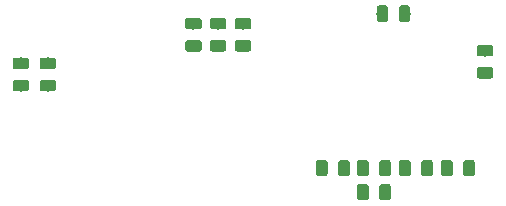
<source format=gbp>
G04 #@! TF.GenerationSoftware,KiCad,Pcbnew,5.0.1-33cea8e~68~ubuntu18.04.1*
G04 #@! TF.CreationDate,2018-12-16T18:27:52+03:00*
G04 #@! TF.ProjectId,up5k_v0,7570356B5F76302E6B696361645F7063,rev?*
G04 #@! TF.SameCoordinates,Original*
G04 #@! TF.FileFunction,Paste,Bot*
G04 #@! TF.FilePolarity,Positive*
%FSLAX46Y46*%
G04 Gerber Fmt 4.6, Leading zero omitted, Abs format (unit mm)*
G04 Created by KiCad (PCBNEW 5.0.1-33cea8e~68~ubuntu18.04.1) date Paz 16 Ara 2018 18:27:52 +03*
%MOMM*%
%LPD*%
G01*
G04 APERTURE LIST*
%ADD10C,0.100000*%
%ADD11C,0.975000*%
G04 APERTURE END LIST*
D10*
G04 #@! TO.C,C13*
G36*
X134416642Y-88017674D02*
X134440303Y-88021184D01*
X134463507Y-88026996D01*
X134486029Y-88035054D01*
X134507653Y-88045282D01*
X134528170Y-88057579D01*
X134547383Y-88071829D01*
X134565107Y-88087893D01*
X134581171Y-88105617D01*
X134595421Y-88124830D01*
X134607718Y-88145347D01*
X134617946Y-88166971D01*
X134626004Y-88189493D01*
X134631816Y-88212697D01*
X134635326Y-88236358D01*
X134636500Y-88260250D01*
X134636500Y-88747750D01*
X134635326Y-88771642D01*
X134631816Y-88795303D01*
X134626004Y-88818507D01*
X134617946Y-88841029D01*
X134607718Y-88862653D01*
X134595421Y-88883170D01*
X134581171Y-88902383D01*
X134565107Y-88920107D01*
X134547383Y-88936171D01*
X134528170Y-88950421D01*
X134507653Y-88962718D01*
X134486029Y-88972946D01*
X134463507Y-88981004D01*
X134440303Y-88986816D01*
X134416642Y-88990326D01*
X134392750Y-88991500D01*
X133480250Y-88991500D01*
X133456358Y-88990326D01*
X133432697Y-88986816D01*
X133409493Y-88981004D01*
X133386971Y-88972946D01*
X133365347Y-88962718D01*
X133344830Y-88950421D01*
X133325617Y-88936171D01*
X133307893Y-88920107D01*
X133291829Y-88902383D01*
X133277579Y-88883170D01*
X133265282Y-88862653D01*
X133255054Y-88841029D01*
X133246996Y-88818507D01*
X133241184Y-88795303D01*
X133237674Y-88771642D01*
X133236500Y-88747750D01*
X133236500Y-88260250D01*
X133237674Y-88236358D01*
X133241184Y-88212697D01*
X133246996Y-88189493D01*
X133255054Y-88166971D01*
X133265282Y-88145347D01*
X133277579Y-88124830D01*
X133291829Y-88105617D01*
X133307893Y-88087893D01*
X133325617Y-88071829D01*
X133344830Y-88057579D01*
X133365347Y-88045282D01*
X133386971Y-88035054D01*
X133409493Y-88026996D01*
X133432697Y-88021184D01*
X133456358Y-88017674D01*
X133480250Y-88016500D01*
X134392750Y-88016500D01*
X134416642Y-88017674D01*
X134416642Y-88017674D01*
G37*
D11*
X133936500Y-88504000D03*
D10*
G36*
X134416642Y-86142674D02*
X134440303Y-86146184D01*
X134463507Y-86151996D01*
X134486029Y-86160054D01*
X134507653Y-86170282D01*
X134528170Y-86182579D01*
X134547383Y-86196829D01*
X134565107Y-86212893D01*
X134581171Y-86230617D01*
X134595421Y-86249830D01*
X134607718Y-86270347D01*
X134617946Y-86291971D01*
X134626004Y-86314493D01*
X134631816Y-86337697D01*
X134635326Y-86361358D01*
X134636500Y-86385250D01*
X134636500Y-86872750D01*
X134635326Y-86896642D01*
X134631816Y-86920303D01*
X134626004Y-86943507D01*
X134617946Y-86966029D01*
X134607718Y-86987653D01*
X134595421Y-87008170D01*
X134581171Y-87027383D01*
X134565107Y-87045107D01*
X134547383Y-87061171D01*
X134528170Y-87075421D01*
X134507653Y-87087718D01*
X134486029Y-87097946D01*
X134463507Y-87106004D01*
X134440303Y-87111816D01*
X134416642Y-87115326D01*
X134392750Y-87116500D01*
X133480250Y-87116500D01*
X133456358Y-87115326D01*
X133432697Y-87111816D01*
X133409493Y-87106004D01*
X133386971Y-87097946D01*
X133365347Y-87087718D01*
X133344830Y-87075421D01*
X133325617Y-87061171D01*
X133307893Y-87045107D01*
X133291829Y-87027383D01*
X133277579Y-87008170D01*
X133265282Y-86987653D01*
X133255054Y-86966029D01*
X133246996Y-86943507D01*
X133241184Y-86920303D01*
X133237674Y-86896642D01*
X133236500Y-86872750D01*
X133236500Y-86385250D01*
X133237674Y-86361358D01*
X133241184Y-86337697D01*
X133246996Y-86314493D01*
X133255054Y-86291971D01*
X133265282Y-86270347D01*
X133277579Y-86249830D01*
X133291829Y-86230617D01*
X133307893Y-86212893D01*
X133325617Y-86196829D01*
X133344830Y-86182579D01*
X133365347Y-86170282D01*
X133386971Y-86160054D01*
X133409493Y-86151996D01*
X133432697Y-86146184D01*
X133456358Y-86142674D01*
X133480250Y-86141500D01*
X134392750Y-86141500D01*
X134416642Y-86142674D01*
X134416642Y-86142674D01*
G37*
D11*
X133936500Y-86629000D03*
G04 #@! TD*
D10*
G04 #@! TO.C,C12*
G36*
X136702642Y-88017674D02*
X136726303Y-88021184D01*
X136749507Y-88026996D01*
X136772029Y-88035054D01*
X136793653Y-88045282D01*
X136814170Y-88057579D01*
X136833383Y-88071829D01*
X136851107Y-88087893D01*
X136867171Y-88105617D01*
X136881421Y-88124830D01*
X136893718Y-88145347D01*
X136903946Y-88166971D01*
X136912004Y-88189493D01*
X136917816Y-88212697D01*
X136921326Y-88236358D01*
X136922500Y-88260250D01*
X136922500Y-88747750D01*
X136921326Y-88771642D01*
X136917816Y-88795303D01*
X136912004Y-88818507D01*
X136903946Y-88841029D01*
X136893718Y-88862653D01*
X136881421Y-88883170D01*
X136867171Y-88902383D01*
X136851107Y-88920107D01*
X136833383Y-88936171D01*
X136814170Y-88950421D01*
X136793653Y-88962718D01*
X136772029Y-88972946D01*
X136749507Y-88981004D01*
X136726303Y-88986816D01*
X136702642Y-88990326D01*
X136678750Y-88991500D01*
X135766250Y-88991500D01*
X135742358Y-88990326D01*
X135718697Y-88986816D01*
X135695493Y-88981004D01*
X135672971Y-88972946D01*
X135651347Y-88962718D01*
X135630830Y-88950421D01*
X135611617Y-88936171D01*
X135593893Y-88920107D01*
X135577829Y-88902383D01*
X135563579Y-88883170D01*
X135551282Y-88862653D01*
X135541054Y-88841029D01*
X135532996Y-88818507D01*
X135527184Y-88795303D01*
X135523674Y-88771642D01*
X135522500Y-88747750D01*
X135522500Y-88260250D01*
X135523674Y-88236358D01*
X135527184Y-88212697D01*
X135532996Y-88189493D01*
X135541054Y-88166971D01*
X135551282Y-88145347D01*
X135563579Y-88124830D01*
X135577829Y-88105617D01*
X135593893Y-88087893D01*
X135611617Y-88071829D01*
X135630830Y-88057579D01*
X135651347Y-88045282D01*
X135672971Y-88035054D01*
X135695493Y-88026996D01*
X135718697Y-88021184D01*
X135742358Y-88017674D01*
X135766250Y-88016500D01*
X136678750Y-88016500D01*
X136702642Y-88017674D01*
X136702642Y-88017674D01*
G37*
D11*
X136222500Y-88504000D03*
D10*
G36*
X136702642Y-86142674D02*
X136726303Y-86146184D01*
X136749507Y-86151996D01*
X136772029Y-86160054D01*
X136793653Y-86170282D01*
X136814170Y-86182579D01*
X136833383Y-86196829D01*
X136851107Y-86212893D01*
X136867171Y-86230617D01*
X136881421Y-86249830D01*
X136893718Y-86270347D01*
X136903946Y-86291971D01*
X136912004Y-86314493D01*
X136917816Y-86337697D01*
X136921326Y-86361358D01*
X136922500Y-86385250D01*
X136922500Y-86872750D01*
X136921326Y-86896642D01*
X136917816Y-86920303D01*
X136912004Y-86943507D01*
X136903946Y-86966029D01*
X136893718Y-86987653D01*
X136881421Y-87008170D01*
X136867171Y-87027383D01*
X136851107Y-87045107D01*
X136833383Y-87061171D01*
X136814170Y-87075421D01*
X136793653Y-87087718D01*
X136772029Y-87097946D01*
X136749507Y-87106004D01*
X136726303Y-87111816D01*
X136702642Y-87115326D01*
X136678750Y-87116500D01*
X135766250Y-87116500D01*
X135742358Y-87115326D01*
X135718697Y-87111816D01*
X135695493Y-87106004D01*
X135672971Y-87097946D01*
X135651347Y-87087718D01*
X135630830Y-87075421D01*
X135611617Y-87061171D01*
X135593893Y-87045107D01*
X135577829Y-87027383D01*
X135563579Y-87008170D01*
X135551282Y-86987653D01*
X135541054Y-86966029D01*
X135532996Y-86943507D01*
X135527184Y-86920303D01*
X135523674Y-86896642D01*
X135522500Y-86872750D01*
X135522500Y-86385250D01*
X135523674Y-86361358D01*
X135527184Y-86337697D01*
X135532996Y-86314493D01*
X135541054Y-86291971D01*
X135551282Y-86270347D01*
X135563579Y-86249830D01*
X135577829Y-86230617D01*
X135593893Y-86212893D01*
X135611617Y-86196829D01*
X135630830Y-86182579D01*
X135651347Y-86170282D01*
X135672971Y-86160054D01*
X135695493Y-86151996D01*
X135718697Y-86146184D01*
X135742358Y-86142674D01*
X135766250Y-86141500D01*
X136678750Y-86141500D01*
X136702642Y-86142674D01*
X136702642Y-86142674D01*
G37*
D11*
X136222500Y-86629000D03*
G04 #@! TD*
D10*
G04 #@! TO.C,C6*
G36*
X173708142Y-85063174D02*
X173731803Y-85066684D01*
X173755007Y-85072496D01*
X173777529Y-85080554D01*
X173799153Y-85090782D01*
X173819670Y-85103079D01*
X173838883Y-85117329D01*
X173856607Y-85133393D01*
X173872671Y-85151117D01*
X173886921Y-85170330D01*
X173899218Y-85190847D01*
X173909446Y-85212471D01*
X173917504Y-85234993D01*
X173923316Y-85258197D01*
X173926826Y-85281858D01*
X173928000Y-85305750D01*
X173928000Y-85793250D01*
X173926826Y-85817142D01*
X173923316Y-85840803D01*
X173917504Y-85864007D01*
X173909446Y-85886529D01*
X173899218Y-85908153D01*
X173886921Y-85928670D01*
X173872671Y-85947883D01*
X173856607Y-85965607D01*
X173838883Y-85981671D01*
X173819670Y-85995921D01*
X173799153Y-86008218D01*
X173777529Y-86018446D01*
X173755007Y-86026504D01*
X173731803Y-86032316D01*
X173708142Y-86035826D01*
X173684250Y-86037000D01*
X172771750Y-86037000D01*
X172747858Y-86035826D01*
X172724197Y-86032316D01*
X172700993Y-86026504D01*
X172678471Y-86018446D01*
X172656847Y-86008218D01*
X172636330Y-85995921D01*
X172617117Y-85981671D01*
X172599393Y-85965607D01*
X172583329Y-85947883D01*
X172569079Y-85928670D01*
X172556782Y-85908153D01*
X172546554Y-85886529D01*
X172538496Y-85864007D01*
X172532684Y-85840803D01*
X172529174Y-85817142D01*
X172528000Y-85793250D01*
X172528000Y-85305750D01*
X172529174Y-85281858D01*
X172532684Y-85258197D01*
X172538496Y-85234993D01*
X172546554Y-85212471D01*
X172556782Y-85190847D01*
X172569079Y-85170330D01*
X172583329Y-85151117D01*
X172599393Y-85133393D01*
X172617117Y-85117329D01*
X172636330Y-85103079D01*
X172656847Y-85090782D01*
X172678471Y-85080554D01*
X172700993Y-85072496D01*
X172724197Y-85066684D01*
X172747858Y-85063174D01*
X172771750Y-85062000D01*
X173684250Y-85062000D01*
X173708142Y-85063174D01*
X173708142Y-85063174D01*
G37*
D11*
X173228000Y-85549500D03*
D10*
G36*
X173708142Y-86938174D02*
X173731803Y-86941684D01*
X173755007Y-86947496D01*
X173777529Y-86955554D01*
X173799153Y-86965782D01*
X173819670Y-86978079D01*
X173838883Y-86992329D01*
X173856607Y-87008393D01*
X173872671Y-87026117D01*
X173886921Y-87045330D01*
X173899218Y-87065847D01*
X173909446Y-87087471D01*
X173917504Y-87109993D01*
X173923316Y-87133197D01*
X173926826Y-87156858D01*
X173928000Y-87180750D01*
X173928000Y-87668250D01*
X173926826Y-87692142D01*
X173923316Y-87715803D01*
X173917504Y-87739007D01*
X173909446Y-87761529D01*
X173899218Y-87783153D01*
X173886921Y-87803670D01*
X173872671Y-87822883D01*
X173856607Y-87840607D01*
X173838883Y-87856671D01*
X173819670Y-87870921D01*
X173799153Y-87883218D01*
X173777529Y-87893446D01*
X173755007Y-87901504D01*
X173731803Y-87907316D01*
X173708142Y-87910826D01*
X173684250Y-87912000D01*
X172771750Y-87912000D01*
X172747858Y-87910826D01*
X172724197Y-87907316D01*
X172700993Y-87901504D01*
X172678471Y-87893446D01*
X172656847Y-87883218D01*
X172636330Y-87870921D01*
X172617117Y-87856671D01*
X172599393Y-87840607D01*
X172583329Y-87822883D01*
X172569079Y-87803670D01*
X172556782Y-87783153D01*
X172546554Y-87761529D01*
X172538496Y-87739007D01*
X172532684Y-87715803D01*
X172529174Y-87692142D01*
X172528000Y-87668250D01*
X172528000Y-87180750D01*
X172529174Y-87156858D01*
X172532684Y-87133197D01*
X172538496Y-87109993D01*
X172546554Y-87087471D01*
X172556782Y-87065847D01*
X172569079Y-87045330D01*
X172583329Y-87026117D01*
X172599393Y-87008393D01*
X172617117Y-86992329D01*
X172636330Y-86978079D01*
X172656847Y-86965782D01*
X172678471Y-86955554D01*
X172700993Y-86947496D01*
X172724197Y-86941684D01*
X172747858Y-86938174D01*
X172771750Y-86937000D01*
X173684250Y-86937000D01*
X173708142Y-86938174D01*
X173708142Y-86938174D01*
G37*
D11*
X173228000Y-87424500D03*
G04 #@! TD*
D10*
G04 #@! TO.C,C1*
G36*
X163160142Y-96837174D02*
X163183803Y-96840684D01*
X163207007Y-96846496D01*
X163229529Y-96854554D01*
X163251153Y-96864782D01*
X163271670Y-96877079D01*
X163290883Y-96891329D01*
X163308607Y-96907393D01*
X163324671Y-96925117D01*
X163338921Y-96944330D01*
X163351218Y-96964847D01*
X163361446Y-96986471D01*
X163369504Y-97008993D01*
X163375316Y-97032197D01*
X163378826Y-97055858D01*
X163380000Y-97079750D01*
X163380000Y-97992250D01*
X163378826Y-98016142D01*
X163375316Y-98039803D01*
X163369504Y-98063007D01*
X163361446Y-98085529D01*
X163351218Y-98107153D01*
X163338921Y-98127670D01*
X163324671Y-98146883D01*
X163308607Y-98164607D01*
X163290883Y-98180671D01*
X163271670Y-98194921D01*
X163251153Y-98207218D01*
X163229529Y-98217446D01*
X163207007Y-98225504D01*
X163183803Y-98231316D01*
X163160142Y-98234826D01*
X163136250Y-98236000D01*
X162648750Y-98236000D01*
X162624858Y-98234826D01*
X162601197Y-98231316D01*
X162577993Y-98225504D01*
X162555471Y-98217446D01*
X162533847Y-98207218D01*
X162513330Y-98194921D01*
X162494117Y-98180671D01*
X162476393Y-98164607D01*
X162460329Y-98146883D01*
X162446079Y-98127670D01*
X162433782Y-98107153D01*
X162423554Y-98085529D01*
X162415496Y-98063007D01*
X162409684Y-98039803D01*
X162406174Y-98016142D01*
X162405000Y-97992250D01*
X162405000Y-97079750D01*
X162406174Y-97055858D01*
X162409684Y-97032197D01*
X162415496Y-97008993D01*
X162423554Y-96986471D01*
X162433782Y-96964847D01*
X162446079Y-96944330D01*
X162460329Y-96925117D01*
X162476393Y-96907393D01*
X162494117Y-96891329D01*
X162513330Y-96877079D01*
X162533847Y-96864782D01*
X162555471Y-96854554D01*
X162577993Y-96846496D01*
X162601197Y-96840684D01*
X162624858Y-96837174D01*
X162648750Y-96836000D01*
X163136250Y-96836000D01*
X163160142Y-96837174D01*
X163160142Y-96837174D01*
G37*
D11*
X162892500Y-97536000D03*
D10*
G36*
X165035142Y-96837174D02*
X165058803Y-96840684D01*
X165082007Y-96846496D01*
X165104529Y-96854554D01*
X165126153Y-96864782D01*
X165146670Y-96877079D01*
X165165883Y-96891329D01*
X165183607Y-96907393D01*
X165199671Y-96925117D01*
X165213921Y-96944330D01*
X165226218Y-96964847D01*
X165236446Y-96986471D01*
X165244504Y-97008993D01*
X165250316Y-97032197D01*
X165253826Y-97055858D01*
X165255000Y-97079750D01*
X165255000Y-97992250D01*
X165253826Y-98016142D01*
X165250316Y-98039803D01*
X165244504Y-98063007D01*
X165236446Y-98085529D01*
X165226218Y-98107153D01*
X165213921Y-98127670D01*
X165199671Y-98146883D01*
X165183607Y-98164607D01*
X165165883Y-98180671D01*
X165146670Y-98194921D01*
X165126153Y-98207218D01*
X165104529Y-98217446D01*
X165082007Y-98225504D01*
X165058803Y-98231316D01*
X165035142Y-98234826D01*
X165011250Y-98236000D01*
X164523750Y-98236000D01*
X164499858Y-98234826D01*
X164476197Y-98231316D01*
X164452993Y-98225504D01*
X164430471Y-98217446D01*
X164408847Y-98207218D01*
X164388330Y-98194921D01*
X164369117Y-98180671D01*
X164351393Y-98164607D01*
X164335329Y-98146883D01*
X164321079Y-98127670D01*
X164308782Y-98107153D01*
X164298554Y-98085529D01*
X164290496Y-98063007D01*
X164284684Y-98039803D01*
X164281174Y-98016142D01*
X164280000Y-97992250D01*
X164280000Y-97079750D01*
X164281174Y-97055858D01*
X164284684Y-97032197D01*
X164290496Y-97008993D01*
X164298554Y-96986471D01*
X164308782Y-96964847D01*
X164321079Y-96944330D01*
X164335329Y-96925117D01*
X164351393Y-96907393D01*
X164369117Y-96891329D01*
X164388330Y-96877079D01*
X164408847Y-96864782D01*
X164430471Y-96854554D01*
X164452993Y-96846496D01*
X164476197Y-96840684D01*
X164499858Y-96837174D01*
X164523750Y-96836000D01*
X165011250Y-96836000D01*
X165035142Y-96837174D01*
X165035142Y-96837174D01*
G37*
D11*
X164767500Y-97536000D03*
G04 #@! TD*
D10*
G04 #@! TO.C,C2*
G36*
X165035142Y-94805174D02*
X165058803Y-94808684D01*
X165082007Y-94814496D01*
X165104529Y-94822554D01*
X165126153Y-94832782D01*
X165146670Y-94845079D01*
X165165883Y-94859329D01*
X165183607Y-94875393D01*
X165199671Y-94893117D01*
X165213921Y-94912330D01*
X165226218Y-94932847D01*
X165236446Y-94954471D01*
X165244504Y-94976993D01*
X165250316Y-95000197D01*
X165253826Y-95023858D01*
X165255000Y-95047750D01*
X165255000Y-95960250D01*
X165253826Y-95984142D01*
X165250316Y-96007803D01*
X165244504Y-96031007D01*
X165236446Y-96053529D01*
X165226218Y-96075153D01*
X165213921Y-96095670D01*
X165199671Y-96114883D01*
X165183607Y-96132607D01*
X165165883Y-96148671D01*
X165146670Y-96162921D01*
X165126153Y-96175218D01*
X165104529Y-96185446D01*
X165082007Y-96193504D01*
X165058803Y-96199316D01*
X165035142Y-96202826D01*
X165011250Y-96204000D01*
X164523750Y-96204000D01*
X164499858Y-96202826D01*
X164476197Y-96199316D01*
X164452993Y-96193504D01*
X164430471Y-96185446D01*
X164408847Y-96175218D01*
X164388330Y-96162921D01*
X164369117Y-96148671D01*
X164351393Y-96132607D01*
X164335329Y-96114883D01*
X164321079Y-96095670D01*
X164308782Y-96075153D01*
X164298554Y-96053529D01*
X164290496Y-96031007D01*
X164284684Y-96007803D01*
X164281174Y-95984142D01*
X164280000Y-95960250D01*
X164280000Y-95047750D01*
X164281174Y-95023858D01*
X164284684Y-95000197D01*
X164290496Y-94976993D01*
X164298554Y-94954471D01*
X164308782Y-94932847D01*
X164321079Y-94912330D01*
X164335329Y-94893117D01*
X164351393Y-94875393D01*
X164369117Y-94859329D01*
X164388330Y-94845079D01*
X164408847Y-94832782D01*
X164430471Y-94822554D01*
X164452993Y-94814496D01*
X164476197Y-94808684D01*
X164499858Y-94805174D01*
X164523750Y-94804000D01*
X165011250Y-94804000D01*
X165035142Y-94805174D01*
X165035142Y-94805174D01*
G37*
D11*
X164767500Y-95504000D03*
D10*
G36*
X163160142Y-94805174D02*
X163183803Y-94808684D01*
X163207007Y-94814496D01*
X163229529Y-94822554D01*
X163251153Y-94832782D01*
X163271670Y-94845079D01*
X163290883Y-94859329D01*
X163308607Y-94875393D01*
X163324671Y-94893117D01*
X163338921Y-94912330D01*
X163351218Y-94932847D01*
X163361446Y-94954471D01*
X163369504Y-94976993D01*
X163375316Y-95000197D01*
X163378826Y-95023858D01*
X163380000Y-95047750D01*
X163380000Y-95960250D01*
X163378826Y-95984142D01*
X163375316Y-96007803D01*
X163369504Y-96031007D01*
X163361446Y-96053529D01*
X163351218Y-96075153D01*
X163338921Y-96095670D01*
X163324671Y-96114883D01*
X163308607Y-96132607D01*
X163290883Y-96148671D01*
X163271670Y-96162921D01*
X163251153Y-96175218D01*
X163229529Y-96185446D01*
X163207007Y-96193504D01*
X163183803Y-96199316D01*
X163160142Y-96202826D01*
X163136250Y-96204000D01*
X162648750Y-96204000D01*
X162624858Y-96202826D01*
X162601197Y-96199316D01*
X162577993Y-96193504D01*
X162555471Y-96185446D01*
X162533847Y-96175218D01*
X162513330Y-96162921D01*
X162494117Y-96148671D01*
X162476393Y-96132607D01*
X162460329Y-96114883D01*
X162446079Y-96095670D01*
X162433782Y-96075153D01*
X162423554Y-96053529D01*
X162415496Y-96031007D01*
X162409684Y-96007803D01*
X162406174Y-95984142D01*
X162405000Y-95960250D01*
X162405000Y-95047750D01*
X162406174Y-95023858D01*
X162409684Y-95000197D01*
X162415496Y-94976993D01*
X162423554Y-94954471D01*
X162433782Y-94932847D01*
X162446079Y-94912330D01*
X162460329Y-94893117D01*
X162476393Y-94875393D01*
X162494117Y-94859329D01*
X162513330Y-94845079D01*
X162533847Y-94832782D01*
X162555471Y-94822554D01*
X162577993Y-94814496D01*
X162601197Y-94808684D01*
X162624858Y-94805174D01*
X162648750Y-94804000D01*
X163136250Y-94804000D01*
X163160142Y-94805174D01*
X163160142Y-94805174D01*
G37*
D11*
X162892500Y-95504000D03*
G04 #@! TD*
D10*
G04 #@! TO.C,C3*
G36*
X149021642Y-82777174D02*
X149045303Y-82780684D01*
X149068507Y-82786496D01*
X149091029Y-82794554D01*
X149112653Y-82804782D01*
X149133170Y-82817079D01*
X149152383Y-82831329D01*
X149170107Y-82847393D01*
X149186171Y-82865117D01*
X149200421Y-82884330D01*
X149212718Y-82904847D01*
X149222946Y-82926471D01*
X149231004Y-82948993D01*
X149236816Y-82972197D01*
X149240326Y-82995858D01*
X149241500Y-83019750D01*
X149241500Y-83507250D01*
X149240326Y-83531142D01*
X149236816Y-83554803D01*
X149231004Y-83578007D01*
X149222946Y-83600529D01*
X149212718Y-83622153D01*
X149200421Y-83642670D01*
X149186171Y-83661883D01*
X149170107Y-83679607D01*
X149152383Y-83695671D01*
X149133170Y-83709921D01*
X149112653Y-83722218D01*
X149091029Y-83732446D01*
X149068507Y-83740504D01*
X149045303Y-83746316D01*
X149021642Y-83749826D01*
X148997750Y-83751000D01*
X148085250Y-83751000D01*
X148061358Y-83749826D01*
X148037697Y-83746316D01*
X148014493Y-83740504D01*
X147991971Y-83732446D01*
X147970347Y-83722218D01*
X147949830Y-83709921D01*
X147930617Y-83695671D01*
X147912893Y-83679607D01*
X147896829Y-83661883D01*
X147882579Y-83642670D01*
X147870282Y-83622153D01*
X147860054Y-83600529D01*
X147851996Y-83578007D01*
X147846184Y-83554803D01*
X147842674Y-83531142D01*
X147841500Y-83507250D01*
X147841500Y-83019750D01*
X147842674Y-82995858D01*
X147846184Y-82972197D01*
X147851996Y-82948993D01*
X147860054Y-82926471D01*
X147870282Y-82904847D01*
X147882579Y-82884330D01*
X147896829Y-82865117D01*
X147912893Y-82847393D01*
X147930617Y-82831329D01*
X147949830Y-82817079D01*
X147970347Y-82804782D01*
X147991971Y-82794554D01*
X148014493Y-82786496D01*
X148037697Y-82780684D01*
X148061358Y-82777174D01*
X148085250Y-82776000D01*
X148997750Y-82776000D01*
X149021642Y-82777174D01*
X149021642Y-82777174D01*
G37*
D11*
X148541500Y-83263500D03*
D10*
G36*
X149021642Y-84652174D02*
X149045303Y-84655684D01*
X149068507Y-84661496D01*
X149091029Y-84669554D01*
X149112653Y-84679782D01*
X149133170Y-84692079D01*
X149152383Y-84706329D01*
X149170107Y-84722393D01*
X149186171Y-84740117D01*
X149200421Y-84759330D01*
X149212718Y-84779847D01*
X149222946Y-84801471D01*
X149231004Y-84823993D01*
X149236816Y-84847197D01*
X149240326Y-84870858D01*
X149241500Y-84894750D01*
X149241500Y-85382250D01*
X149240326Y-85406142D01*
X149236816Y-85429803D01*
X149231004Y-85453007D01*
X149222946Y-85475529D01*
X149212718Y-85497153D01*
X149200421Y-85517670D01*
X149186171Y-85536883D01*
X149170107Y-85554607D01*
X149152383Y-85570671D01*
X149133170Y-85584921D01*
X149112653Y-85597218D01*
X149091029Y-85607446D01*
X149068507Y-85615504D01*
X149045303Y-85621316D01*
X149021642Y-85624826D01*
X148997750Y-85626000D01*
X148085250Y-85626000D01*
X148061358Y-85624826D01*
X148037697Y-85621316D01*
X148014493Y-85615504D01*
X147991971Y-85607446D01*
X147970347Y-85597218D01*
X147949830Y-85584921D01*
X147930617Y-85570671D01*
X147912893Y-85554607D01*
X147896829Y-85536883D01*
X147882579Y-85517670D01*
X147870282Y-85497153D01*
X147860054Y-85475529D01*
X147851996Y-85453007D01*
X147846184Y-85429803D01*
X147842674Y-85406142D01*
X147841500Y-85382250D01*
X147841500Y-84894750D01*
X147842674Y-84870858D01*
X147846184Y-84847197D01*
X147851996Y-84823993D01*
X147860054Y-84801471D01*
X147870282Y-84779847D01*
X147882579Y-84759330D01*
X147896829Y-84740117D01*
X147912893Y-84722393D01*
X147930617Y-84706329D01*
X147949830Y-84692079D01*
X147970347Y-84679782D01*
X147991971Y-84669554D01*
X148014493Y-84661496D01*
X148037697Y-84655684D01*
X148061358Y-84652174D01*
X148085250Y-84651000D01*
X148997750Y-84651000D01*
X149021642Y-84652174D01*
X149021642Y-84652174D01*
G37*
D11*
X148541500Y-85138500D03*
G04 #@! TD*
D10*
G04 #@! TO.C,C4*
G36*
X151117142Y-84652174D02*
X151140803Y-84655684D01*
X151164007Y-84661496D01*
X151186529Y-84669554D01*
X151208153Y-84679782D01*
X151228670Y-84692079D01*
X151247883Y-84706329D01*
X151265607Y-84722393D01*
X151281671Y-84740117D01*
X151295921Y-84759330D01*
X151308218Y-84779847D01*
X151318446Y-84801471D01*
X151326504Y-84823993D01*
X151332316Y-84847197D01*
X151335826Y-84870858D01*
X151337000Y-84894750D01*
X151337000Y-85382250D01*
X151335826Y-85406142D01*
X151332316Y-85429803D01*
X151326504Y-85453007D01*
X151318446Y-85475529D01*
X151308218Y-85497153D01*
X151295921Y-85517670D01*
X151281671Y-85536883D01*
X151265607Y-85554607D01*
X151247883Y-85570671D01*
X151228670Y-85584921D01*
X151208153Y-85597218D01*
X151186529Y-85607446D01*
X151164007Y-85615504D01*
X151140803Y-85621316D01*
X151117142Y-85624826D01*
X151093250Y-85626000D01*
X150180750Y-85626000D01*
X150156858Y-85624826D01*
X150133197Y-85621316D01*
X150109993Y-85615504D01*
X150087471Y-85607446D01*
X150065847Y-85597218D01*
X150045330Y-85584921D01*
X150026117Y-85570671D01*
X150008393Y-85554607D01*
X149992329Y-85536883D01*
X149978079Y-85517670D01*
X149965782Y-85497153D01*
X149955554Y-85475529D01*
X149947496Y-85453007D01*
X149941684Y-85429803D01*
X149938174Y-85406142D01*
X149937000Y-85382250D01*
X149937000Y-84894750D01*
X149938174Y-84870858D01*
X149941684Y-84847197D01*
X149947496Y-84823993D01*
X149955554Y-84801471D01*
X149965782Y-84779847D01*
X149978079Y-84759330D01*
X149992329Y-84740117D01*
X150008393Y-84722393D01*
X150026117Y-84706329D01*
X150045330Y-84692079D01*
X150065847Y-84679782D01*
X150087471Y-84669554D01*
X150109993Y-84661496D01*
X150133197Y-84655684D01*
X150156858Y-84652174D01*
X150180750Y-84651000D01*
X151093250Y-84651000D01*
X151117142Y-84652174D01*
X151117142Y-84652174D01*
G37*
D11*
X150637000Y-85138500D03*
D10*
G36*
X151117142Y-82777174D02*
X151140803Y-82780684D01*
X151164007Y-82786496D01*
X151186529Y-82794554D01*
X151208153Y-82804782D01*
X151228670Y-82817079D01*
X151247883Y-82831329D01*
X151265607Y-82847393D01*
X151281671Y-82865117D01*
X151295921Y-82884330D01*
X151308218Y-82904847D01*
X151318446Y-82926471D01*
X151326504Y-82948993D01*
X151332316Y-82972197D01*
X151335826Y-82995858D01*
X151337000Y-83019750D01*
X151337000Y-83507250D01*
X151335826Y-83531142D01*
X151332316Y-83554803D01*
X151326504Y-83578007D01*
X151318446Y-83600529D01*
X151308218Y-83622153D01*
X151295921Y-83642670D01*
X151281671Y-83661883D01*
X151265607Y-83679607D01*
X151247883Y-83695671D01*
X151228670Y-83709921D01*
X151208153Y-83722218D01*
X151186529Y-83732446D01*
X151164007Y-83740504D01*
X151140803Y-83746316D01*
X151117142Y-83749826D01*
X151093250Y-83751000D01*
X150180750Y-83751000D01*
X150156858Y-83749826D01*
X150133197Y-83746316D01*
X150109993Y-83740504D01*
X150087471Y-83732446D01*
X150065847Y-83722218D01*
X150045330Y-83709921D01*
X150026117Y-83695671D01*
X150008393Y-83679607D01*
X149992329Y-83661883D01*
X149978079Y-83642670D01*
X149965782Y-83622153D01*
X149955554Y-83600529D01*
X149947496Y-83578007D01*
X149941684Y-83554803D01*
X149938174Y-83531142D01*
X149937000Y-83507250D01*
X149937000Y-83019750D01*
X149938174Y-82995858D01*
X149941684Y-82972197D01*
X149947496Y-82948993D01*
X149955554Y-82926471D01*
X149965782Y-82904847D01*
X149978079Y-82884330D01*
X149992329Y-82865117D01*
X150008393Y-82847393D01*
X150026117Y-82831329D01*
X150045330Y-82817079D01*
X150065847Y-82804782D01*
X150087471Y-82794554D01*
X150109993Y-82786496D01*
X150133197Y-82780684D01*
X150156858Y-82777174D01*
X150180750Y-82776000D01*
X151093250Y-82776000D01*
X151117142Y-82777174D01*
X151117142Y-82777174D01*
G37*
D11*
X150637000Y-83263500D03*
G04 #@! TD*
D10*
G04 #@! TO.C,C5*
G36*
X170272142Y-94805174D02*
X170295803Y-94808684D01*
X170319007Y-94814496D01*
X170341529Y-94822554D01*
X170363153Y-94832782D01*
X170383670Y-94845079D01*
X170402883Y-94859329D01*
X170420607Y-94875393D01*
X170436671Y-94893117D01*
X170450921Y-94912330D01*
X170463218Y-94932847D01*
X170473446Y-94954471D01*
X170481504Y-94976993D01*
X170487316Y-95000197D01*
X170490826Y-95023858D01*
X170492000Y-95047750D01*
X170492000Y-95960250D01*
X170490826Y-95984142D01*
X170487316Y-96007803D01*
X170481504Y-96031007D01*
X170473446Y-96053529D01*
X170463218Y-96075153D01*
X170450921Y-96095670D01*
X170436671Y-96114883D01*
X170420607Y-96132607D01*
X170402883Y-96148671D01*
X170383670Y-96162921D01*
X170363153Y-96175218D01*
X170341529Y-96185446D01*
X170319007Y-96193504D01*
X170295803Y-96199316D01*
X170272142Y-96202826D01*
X170248250Y-96204000D01*
X169760750Y-96204000D01*
X169736858Y-96202826D01*
X169713197Y-96199316D01*
X169689993Y-96193504D01*
X169667471Y-96185446D01*
X169645847Y-96175218D01*
X169625330Y-96162921D01*
X169606117Y-96148671D01*
X169588393Y-96132607D01*
X169572329Y-96114883D01*
X169558079Y-96095670D01*
X169545782Y-96075153D01*
X169535554Y-96053529D01*
X169527496Y-96031007D01*
X169521684Y-96007803D01*
X169518174Y-95984142D01*
X169517000Y-95960250D01*
X169517000Y-95047750D01*
X169518174Y-95023858D01*
X169521684Y-95000197D01*
X169527496Y-94976993D01*
X169535554Y-94954471D01*
X169545782Y-94932847D01*
X169558079Y-94912330D01*
X169572329Y-94893117D01*
X169588393Y-94875393D01*
X169606117Y-94859329D01*
X169625330Y-94845079D01*
X169645847Y-94832782D01*
X169667471Y-94822554D01*
X169689993Y-94814496D01*
X169713197Y-94808684D01*
X169736858Y-94805174D01*
X169760750Y-94804000D01*
X170248250Y-94804000D01*
X170272142Y-94805174D01*
X170272142Y-94805174D01*
G37*
D11*
X170004500Y-95504000D03*
D10*
G36*
X172147142Y-94805174D02*
X172170803Y-94808684D01*
X172194007Y-94814496D01*
X172216529Y-94822554D01*
X172238153Y-94832782D01*
X172258670Y-94845079D01*
X172277883Y-94859329D01*
X172295607Y-94875393D01*
X172311671Y-94893117D01*
X172325921Y-94912330D01*
X172338218Y-94932847D01*
X172348446Y-94954471D01*
X172356504Y-94976993D01*
X172362316Y-95000197D01*
X172365826Y-95023858D01*
X172367000Y-95047750D01*
X172367000Y-95960250D01*
X172365826Y-95984142D01*
X172362316Y-96007803D01*
X172356504Y-96031007D01*
X172348446Y-96053529D01*
X172338218Y-96075153D01*
X172325921Y-96095670D01*
X172311671Y-96114883D01*
X172295607Y-96132607D01*
X172277883Y-96148671D01*
X172258670Y-96162921D01*
X172238153Y-96175218D01*
X172216529Y-96185446D01*
X172194007Y-96193504D01*
X172170803Y-96199316D01*
X172147142Y-96202826D01*
X172123250Y-96204000D01*
X171635750Y-96204000D01*
X171611858Y-96202826D01*
X171588197Y-96199316D01*
X171564993Y-96193504D01*
X171542471Y-96185446D01*
X171520847Y-96175218D01*
X171500330Y-96162921D01*
X171481117Y-96148671D01*
X171463393Y-96132607D01*
X171447329Y-96114883D01*
X171433079Y-96095670D01*
X171420782Y-96075153D01*
X171410554Y-96053529D01*
X171402496Y-96031007D01*
X171396684Y-96007803D01*
X171393174Y-95984142D01*
X171392000Y-95960250D01*
X171392000Y-95047750D01*
X171393174Y-95023858D01*
X171396684Y-95000197D01*
X171402496Y-94976993D01*
X171410554Y-94954471D01*
X171420782Y-94932847D01*
X171433079Y-94912330D01*
X171447329Y-94893117D01*
X171463393Y-94875393D01*
X171481117Y-94859329D01*
X171500330Y-94845079D01*
X171520847Y-94832782D01*
X171542471Y-94822554D01*
X171564993Y-94814496D01*
X171588197Y-94808684D01*
X171611858Y-94805174D01*
X171635750Y-94804000D01*
X172123250Y-94804000D01*
X172147142Y-94805174D01*
X172147142Y-94805174D01*
G37*
D11*
X171879500Y-95504000D03*
G04 #@! TD*
D10*
G04 #@! TO.C,R2*
G36*
X168591142Y-94805174D02*
X168614803Y-94808684D01*
X168638007Y-94814496D01*
X168660529Y-94822554D01*
X168682153Y-94832782D01*
X168702670Y-94845079D01*
X168721883Y-94859329D01*
X168739607Y-94875393D01*
X168755671Y-94893117D01*
X168769921Y-94912330D01*
X168782218Y-94932847D01*
X168792446Y-94954471D01*
X168800504Y-94976993D01*
X168806316Y-95000197D01*
X168809826Y-95023858D01*
X168811000Y-95047750D01*
X168811000Y-95960250D01*
X168809826Y-95984142D01*
X168806316Y-96007803D01*
X168800504Y-96031007D01*
X168792446Y-96053529D01*
X168782218Y-96075153D01*
X168769921Y-96095670D01*
X168755671Y-96114883D01*
X168739607Y-96132607D01*
X168721883Y-96148671D01*
X168702670Y-96162921D01*
X168682153Y-96175218D01*
X168660529Y-96185446D01*
X168638007Y-96193504D01*
X168614803Y-96199316D01*
X168591142Y-96202826D01*
X168567250Y-96204000D01*
X168079750Y-96204000D01*
X168055858Y-96202826D01*
X168032197Y-96199316D01*
X168008993Y-96193504D01*
X167986471Y-96185446D01*
X167964847Y-96175218D01*
X167944330Y-96162921D01*
X167925117Y-96148671D01*
X167907393Y-96132607D01*
X167891329Y-96114883D01*
X167877079Y-96095670D01*
X167864782Y-96075153D01*
X167854554Y-96053529D01*
X167846496Y-96031007D01*
X167840684Y-96007803D01*
X167837174Y-95984142D01*
X167836000Y-95960250D01*
X167836000Y-95047750D01*
X167837174Y-95023858D01*
X167840684Y-95000197D01*
X167846496Y-94976993D01*
X167854554Y-94954471D01*
X167864782Y-94932847D01*
X167877079Y-94912330D01*
X167891329Y-94893117D01*
X167907393Y-94875393D01*
X167925117Y-94859329D01*
X167944330Y-94845079D01*
X167964847Y-94832782D01*
X167986471Y-94822554D01*
X168008993Y-94814496D01*
X168032197Y-94808684D01*
X168055858Y-94805174D01*
X168079750Y-94804000D01*
X168567250Y-94804000D01*
X168591142Y-94805174D01*
X168591142Y-94805174D01*
G37*
D11*
X168323500Y-95504000D03*
D10*
G36*
X166716142Y-94805174D02*
X166739803Y-94808684D01*
X166763007Y-94814496D01*
X166785529Y-94822554D01*
X166807153Y-94832782D01*
X166827670Y-94845079D01*
X166846883Y-94859329D01*
X166864607Y-94875393D01*
X166880671Y-94893117D01*
X166894921Y-94912330D01*
X166907218Y-94932847D01*
X166917446Y-94954471D01*
X166925504Y-94976993D01*
X166931316Y-95000197D01*
X166934826Y-95023858D01*
X166936000Y-95047750D01*
X166936000Y-95960250D01*
X166934826Y-95984142D01*
X166931316Y-96007803D01*
X166925504Y-96031007D01*
X166917446Y-96053529D01*
X166907218Y-96075153D01*
X166894921Y-96095670D01*
X166880671Y-96114883D01*
X166864607Y-96132607D01*
X166846883Y-96148671D01*
X166827670Y-96162921D01*
X166807153Y-96175218D01*
X166785529Y-96185446D01*
X166763007Y-96193504D01*
X166739803Y-96199316D01*
X166716142Y-96202826D01*
X166692250Y-96204000D01*
X166204750Y-96204000D01*
X166180858Y-96202826D01*
X166157197Y-96199316D01*
X166133993Y-96193504D01*
X166111471Y-96185446D01*
X166089847Y-96175218D01*
X166069330Y-96162921D01*
X166050117Y-96148671D01*
X166032393Y-96132607D01*
X166016329Y-96114883D01*
X166002079Y-96095670D01*
X165989782Y-96075153D01*
X165979554Y-96053529D01*
X165971496Y-96031007D01*
X165965684Y-96007803D01*
X165962174Y-95984142D01*
X165961000Y-95960250D01*
X165961000Y-95047750D01*
X165962174Y-95023858D01*
X165965684Y-95000197D01*
X165971496Y-94976993D01*
X165979554Y-94954471D01*
X165989782Y-94932847D01*
X166002079Y-94912330D01*
X166016329Y-94893117D01*
X166032393Y-94875393D01*
X166050117Y-94859329D01*
X166069330Y-94845079D01*
X166089847Y-94832782D01*
X166111471Y-94822554D01*
X166133993Y-94814496D01*
X166157197Y-94808684D01*
X166180858Y-94805174D01*
X166204750Y-94804000D01*
X166692250Y-94804000D01*
X166716142Y-94805174D01*
X166716142Y-94805174D01*
G37*
D11*
X166448500Y-95504000D03*
G04 #@! TD*
D10*
G04 #@! TO.C,L1*
G36*
X153212642Y-82777174D02*
X153236303Y-82780684D01*
X153259507Y-82786496D01*
X153282029Y-82794554D01*
X153303653Y-82804782D01*
X153324170Y-82817079D01*
X153343383Y-82831329D01*
X153361107Y-82847393D01*
X153377171Y-82865117D01*
X153391421Y-82884330D01*
X153403718Y-82904847D01*
X153413946Y-82926471D01*
X153422004Y-82948993D01*
X153427816Y-82972197D01*
X153431326Y-82995858D01*
X153432500Y-83019750D01*
X153432500Y-83507250D01*
X153431326Y-83531142D01*
X153427816Y-83554803D01*
X153422004Y-83578007D01*
X153413946Y-83600529D01*
X153403718Y-83622153D01*
X153391421Y-83642670D01*
X153377171Y-83661883D01*
X153361107Y-83679607D01*
X153343383Y-83695671D01*
X153324170Y-83709921D01*
X153303653Y-83722218D01*
X153282029Y-83732446D01*
X153259507Y-83740504D01*
X153236303Y-83746316D01*
X153212642Y-83749826D01*
X153188750Y-83751000D01*
X152276250Y-83751000D01*
X152252358Y-83749826D01*
X152228697Y-83746316D01*
X152205493Y-83740504D01*
X152182971Y-83732446D01*
X152161347Y-83722218D01*
X152140830Y-83709921D01*
X152121617Y-83695671D01*
X152103893Y-83679607D01*
X152087829Y-83661883D01*
X152073579Y-83642670D01*
X152061282Y-83622153D01*
X152051054Y-83600529D01*
X152042996Y-83578007D01*
X152037184Y-83554803D01*
X152033674Y-83531142D01*
X152032500Y-83507250D01*
X152032500Y-83019750D01*
X152033674Y-82995858D01*
X152037184Y-82972197D01*
X152042996Y-82948993D01*
X152051054Y-82926471D01*
X152061282Y-82904847D01*
X152073579Y-82884330D01*
X152087829Y-82865117D01*
X152103893Y-82847393D01*
X152121617Y-82831329D01*
X152140830Y-82817079D01*
X152161347Y-82804782D01*
X152182971Y-82794554D01*
X152205493Y-82786496D01*
X152228697Y-82780684D01*
X152252358Y-82777174D01*
X152276250Y-82776000D01*
X153188750Y-82776000D01*
X153212642Y-82777174D01*
X153212642Y-82777174D01*
G37*
D11*
X152732500Y-83263500D03*
D10*
G36*
X153212642Y-84652174D02*
X153236303Y-84655684D01*
X153259507Y-84661496D01*
X153282029Y-84669554D01*
X153303653Y-84679782D01*
X153324170Y-84692079D01*
X153343383Y-84706329D01*
X153361107Y-84722393D01*
X153377171Y-84740117D01*
X153391421Y-84759330D01*
X153403718Y-84779847D01*
X153413946Y-84801471D01*
X153422004Y-84823993D01*
X153427816Y-84847197D01*
X153431326Y-84870858D01*
X153432500Y-84894750D01*
X153432500Y-85382250D01*
X153431326Y-85406142D01*
X153427816Y-85429803D01*
X153422004Y-85453007D01*
X153413946Y-85475529D01*
X153403718Y-85497153D01*
X153391421Y-85517670D01*
X153377171Y-85536883D01*
X153361107Y-85554607D01*
X153343383Y-85570671D01*
X153324170Y-85584921D01*
X153303653Y-85597218D01*
X153282029Y-85607446D01*
X153259507Y-85615504D01*
X153236303Y-85621316D01*
X153212642Y-85624826D01*
X153188750Y-85626000D01*
X152276250Y-85626000D01*
X152252358Y-85624826D01*
X152228697Y-85621316D01*
X152205493Y-85615504D01*
X152182971Y-85607446D01*
X152161347Y-85597218D01*
X152140830Y-85584921D01*
X152121617Y-85570671D01*
X152103893Y-85554607D01*
X152087829Y-85536883D01*
X152073579Y-85517670D01*
X152061282Y-85497153D01*
X152051054Y-85475529D01*
X152042996Y-85453007D01*
X152037184Y-85429803D01*
X152033674Y-85406142D01*
X152032500Y-85382250D01*
X152032500Y-84894750D01*
X152033674Y-84870858D01*
X152037184Y-84847197D01*
X152042996Y-84823993D01*
X152051054Y-84801471D01*
X152061282Y-84779847D01*
X152073579Y-84759330D01*
X152087829Y-84740117D01*
X152103893Y-84722393D01*
X152121617Y-84706329D01*
X152140830Y-84692079D01*
X152161347Y-84679782D01*
X152182971Y-84669554D01*
X152205493Y-84661496D01*
X152228697Y-84655684D01*
X152252358Y-84652174D01*
X152276250Y-84651000D01*
X153188750Y-84651000D01*
X153212642Y-84652174D01*
X153212642Y-84652174D01*
G37*
D11*
X152732500Y-85138500D03*
G04 #@! TD*
D10*
G04 #@! TO.C,C10*
G36*
X166686142Y-81724174D02*
X166709803Y-81727684D01*
X166733007Y-81733496D01*
X166755529Y-81741554D01*
X166777153Y-81751782D01*
X166797670Y-81764079D01*
X166816883Y-81778329D01*
X166834607Y-81794393D01*
X166850671Y-81812117D01*
X166864921Y-81831330D01*
X166877218Y-81851847D01*
X166887446Y-81873471D01*
X166895504Y-81895993D01*
X166901316Y-81919197D01*
X166904826Y-81942858D01*
X166906000Y-81966750D01*
X166906000Y-82879250D01*
X166904826Y-82903142D01*
X166901316Y-82926803D01*
X166895504Y-82950007D01*
X166887446Y-82972529D01*
X166877218Y-82994153D01*
X166864921Y-83014670D01*
X166850671Y-83033883D01*
X166834607Y-83051607D01*
X166816883Y-83067671D01*
X166797670Y-83081921D01*
X166777153Y-83094218D01*
X166755529Y-83104446D01*
X166733007Y-83112504D01*
X166709803Y-83118316D01*
X166686142Y-83121826D01*
X166662250Y-83123000D01*
X166174750Y-83123000D01*
X166150858Y-83121826D01*
X166127197Y-83118316D01*
X166103993Y-83112504D01*
X166081471Y-83104446D01*
X166059847Y-83094218D01*
X166039330Y-83081921D01*
X166020117Y-83067671D01*
X166002393Y-83051607D01*
X165986329Y-83033883D01*
X165972079Y-83014670D01*
X165959782Y-82994153D01*
X165949554Y-82972529D01*
X165941496Y-82950007D01*
X165935684Y-82926803D01*
X165932174Y-82903142D01*
X165931000Y-82879250D01*
X165931000Y-81966750D01*
X165932174Y-81942858D01*
X165935684Y-81919197D01*
X165941496Y-81895993D01*
X165949554Y-81873471D01*
X165959782Y-81851847D01*
X165972079Y-81831330D01*
X165986329Y-81812117D01*
X166002393Y-81794393D01*
X166020117Y-81778329D01*
X166039330Y-81764079D01*
X166059847Y-81751782D01*
X166081471Y-81741554D01*
X166103993Y-81733496D01*
X166127197Y-81727684D01*
X166150858Y-81724174D01*
X166174750Y-81723000D01*
X166662250Y-81723000D01*
X166686142Y-81724174D01*
X166686142Y-81724174D01*
G37*
D11*
X166418500Y-82423000D03*
D10*
G36*
X164811142Y-81724174D02*
X164834803Y-81727684D01*
X164858007Y-81733496D01*
X164880529Y-81741554D01*
X164902153Y-81751782D01*
X164922670Y-81764079D01*
X164941883Y-81778329D01*
X164959607Y-81794393D01*
X164975671Y-81812117D01*
X164989921Y-81831330D01*
X165002218Y-81851847D01*
X165012446Y-81873471D01*
X165020504Y-81895993D01*
X165026316Y-81919197D01*
X165029826Y-81942858D01*
X165031000Y-81966750D01*
X165031000Y-82879250D01*
X165029826Y-82903142D01*
X165026316Y-82926803D01*
X165020504Y-82950007D01*
X165012446Y-82972529D01*
X165002218Y-82994153D01*
X164989921Y-83014670D01*
X164975671Y-83033883D01*
X164959607Y-83051607D01*
X164941883Y-83067671D01*
X164922670Y-83081921D01*
X164902153Y-83094218D01*
X164880529Y-83104446D01*
X164858007Y-83112504D01*
X164834803Y-83118316D01*
X164811142Y-83121826D01*
X164787250Y-83123000D01*
X164299750Y-83123000D01*
X164275858Y-83121826D01*
X164252197Y-83118316D01*
X164228993Y-83112504D01*
X164206471Y-83104446D01*
X164184847Y-83094218D01*
X164164330Y-83081921D01*
X164145117Y-83067671D01*
X164127393Y-83051607D01*
X164111329Y-83033883D01*
X164097079Y-83014670D01*
X164084782Y-82994153D01*
X164074554Y-82972529D01*
X164066496Y-82950007D01*
X164060684Y-82926803D01*
X164057174Y-82903142D01*
X164056000Y-82879250D01*
X164056000Y-81966750D01*
X164057174Y-81942858D01*
X164060684Y-81919197D01*
X164066496Y-81895993D01*
X164074554Y-81873471D01*
X164084782Y-81851847D01*
X164097079Y-81831330D01*
X164111329Y-81812117D01*
X164127393Y-81794393D01*
X164145117Y-81778329D01*
X164164330Y-81764079D01*
X164184847Y-81751782D01*
X164206471Y-81741554D01*
X164228993Y-81733496D01*
X164252197Y-81727684D01*
X164275858Y-81724174D01*
X164299750Y-81723000D01*
X164787250Y-81723000D01*
X164811142Y-81724174D01*
X164811142Y-81724174D01*
G37*
D11*
X164543500Y-82423000D03*
G04 #@! TD*
D10*
G04 #@! TO.C,C11*
G36*
X161557642Y-94805174D02*
X161581303Y-94808684D01*
X161604507Y-94814496D01*
X161627029Y-94822554D01*
X161648653Y-94832782D01*
X161669170Y-94845079D01*
X161688383Y-94859329D01*
X161706107Y-94875393D01*
X161722171Y-94893117D01*
X161736421Y-94912330D01*
X161748718Y-94932847D01*
X161758946Y-94954471D01*
X161767004Y-94976993D01*
X161772816Y-95000197D01*
X161776326Y-95023858D01*
X161777500Y-95047750D01*
X161777500Y-95960250D01*
X161776326Y-95984142D01*
X161772816Y-96007803D01*
X161767004Y-96031007D01*
X161758946Y-96053529D01*
X161748718Y-96075153D01*
X161736421Y-96095670D01*
X161722171Y-96114883D01*
X161706107Y-96132607D01*
X161688383Y-96148671D01*
X161669170Y-96162921D01*
X161648653Y-96175218D01*
X161627029Y-96185446D01*
X161604507Y-96193504D01*
X161581303Y-96199316D01*
X161557642Y-96202826D01*
X161533750Y-96204000D01*
X161046250Y-96204000D01*
X161022358Y-96202826D01*
X160998697Y-96199316D01*
X160975493Y-96193504D01*
X160952971Y-96185446D01*
X160931347Y-96175218D01*
X160910830Y-96162921D01*
X160891617Y-96148671D01*
X160873893Y-96132607D01*
X160857829Y-96114883D01*
X160843579Y-96095670D01*
X160831282Y-96075153D01*
X160821054Y-96053529D01*
X160812996Y-96031007D01*
X160807184Y-96007803D01*
X160803674Y-95984142D01*
X160802500Y-95960250D01*
X160802500Y-95047750D01*
X160803674Y-95023858D01*
X160807184Y-95000197D01*
X160812996Y-94976993D01*
X160821054Y-94954471D01*
X160831282Y-94932847D01*
X160843579Y-94912330D01*
X160857829Y-94893117D01*
X160873893Y-94875393D01*
X160891617Y-94859329D01*
X160910830Y-94845079D01*
X160931347Y-94832782D01*
X160952971Y-94822554D01*
X160975493Y-94814496D01*
X160998697Y-94808684D01*
X161022358Y-94805174D01*
X161046250Y-94804000D01*
X161533750Y-94804000D01*
X161557642Y-94805174D01*
X161557642Y-94805174D01*
G37*
D11*
X161290000Y-95504000D03*
D10*
G36*
X159682642Y-94805174D02*
X159706303Y-94808684D01*
X159729507Y-94814496D01*
X159752029Y-94822554D01*
X159773653Y-94832782D01*
X159794170Y-94845079D01*
X159813383Y-94859329D01*
X159831107Y-94875393D01*
X159847171Y-94893117D01*
X159861421Y-94912330D01*
X159873718Y-94932847D01*
X159883946Y-94954471D01*
X159892004Y-94976993D01*
X159897816Y-95000197D01*
X159901326Y-95023858D01*
X159902500Y-95047750D01*
X159902500Y-95960250D01*
X159901326Y-95984142D01*
X159897816Y-96007803D01*
X159892004Y-96031007D01*
X159883946Y-96053529D01*
X159873718Y-96075153D01*
X159861421Y-96095670D01*
X159847171Y-96114883D01*
X159831107Y-96132607D01*
X159813383Y-96148671D01*
X159794170Y-96162921D01*
X159773653Y-96175218D01*
X159752029Y-96185446D01*
X159729507Y-96193504D01*
X159706303Y-96199316D01*
X159682642Y-96202826D01*
X159658750Y-96204000D01*
X159171250Y-96204000D01*
X159147358Y-96202826D01*
X159123697Y-96199316D01*
X159100493Y-96193504D01*
X159077971Y-96185446D01*
X159056347Y-96175218D01*
X159035830Y-96162921D01*
X159016617Y-96148671D01*
X158998893Y-96132607D01*
X158982829Y-96114883D01*
X158968579Y-96095670D01*
X158956282Y-96075153D01*
X158946054Y-96053529D01*
X158937996Y-96031007D01*
X158932184Y-96007803D01*
X158928674Y-95984142D01*
X158927500Y-95960250D01*
X158927500Y-95047750D01*
X158928674Y-95023858D01*
X158932184Y-95000197D01*
X158937996Y-94976993D01*
X158946054Y-94954471D01*
X158956282Y-94932847D01*
X158968579Y-94912330D01*
X158982829Y-94893117D01*
X158998893Y-94875393D01*
X159016617Y-94859329D01*
X159035830Y-94845079D01*
X159056347Y-94832782D01*
X159077971Y-94822554D01*
X159100493Y-94814496D01*
X159123697Y-94808684D01*
X159147358Y-94805174D01*
X159171250Y-94804000D01*
X159658750Y-94804000D01*
X159682642Y-94805174D01*
X159682642Y-94805174D01*
G37*
D11*
X159415000Y-95504000D03*
G04 #@! TD*
M02*

</source>
